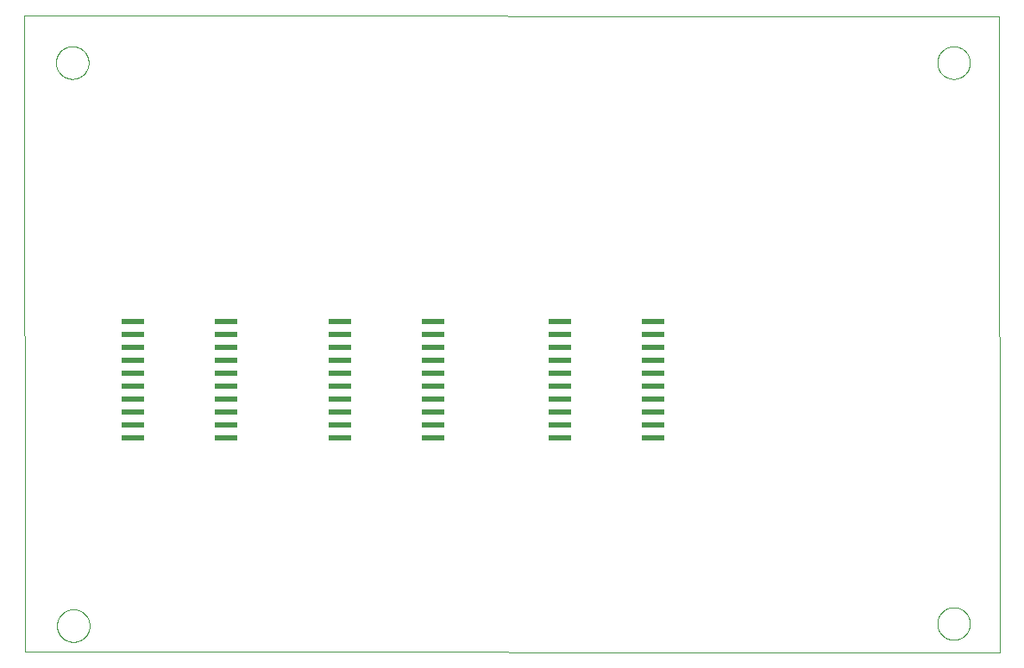
<source format=gtp>
G75*
%MOIN*%
%OFA0B0*%
%FSLAX25Y25*%
%IPPOS*%
%LPD*%
%AMOC8*
5,1,8,0,0,1.08239X$1,22.5*
%
%ADD10C,0.00000*%
%ADD11R,0.08661X0.02362*%
D10*
X0002233Y0002391D02*
X0002076Y0248335D01*
X0378808Y0248257D01*
X0379083Y0002272D01*
X0002233Y0002391D01*
X0014674Y0012509D02*
X0014676Y0012667D01*
X0014682Y0012825D01*
X0014692Y0012983D01*
X0014706Y0013141D01*
X0014724Y0013298D01*
X0014745Y0013455D01*
X0014771Y0013611D01*
X0014801Y0013767D01*
X0014834Y0013922D01*
X0014872Y0014075D01*
X0014913Y0014228D01*
X0014958Y0014380D01*
X0015007Y0014531D01*
X0015060Y0014680D01*
X0015116Y0014828D01*
X0015176Y0014974D01*
X0015240Y0015119D01*
X0015308Y0015262D01*
X0015379Y0015404D01*
X0015453Y0015544D01*
X0015531Y0015681D01*
X0015613Y0015817D01*
X0015697Y0015951D01*
X0015786Y0016082D01*
X0015877Y0016211D01*
X0015972Y0016338D01*
X0016069Y0016463D01*
X0016170Y0016585D01*
X0016274Y0016704D01*
X0016381Y0016821D01*
X0016491Y0016935D01*
X0016604Y0017046D01*
X0016719Y0017155D01*
X0016837Y0017260D01*
X0016958Y0017362D01*
X0017081Y0017462D01*
X0017207Y0017558D01*
X0017335Y0017651D01*
X0017465Y0017741D01*
X0017598Y0017827D01*
X0017733Y0017911D01*
X0017869Y0017990D01*
X0018008Y0018067D01*
X0018149Y0018139D01*
X0018291Y0018209D01*
X0018435Y0018274D01*
X0018581Y0018336D01*
X0018728Y0018394D01*
X0018877Y0018449D01*
X0019027Y0018500D01*
X0019178Y0018547D01*
X0019330Y0018590D01*
X0019483Y0018629D01*
X0019638Y0018665D01*
X0019793Y0018696D01*
X0019949Y0018724D01*
X0020105Y0018748D01*
X0020262Y0018768D01*
X0020420Y0018784D01*
X0020577Y0018796D01*
X0020736Y0018804D01*
X0020894Y0018808D01*
X0021052Y0018808D01*
X0021210Y0018804D01*
X0021369Y0018796D01*
X0021526Y0018784D01*
X0021684Y0018768D01*
X0021841Y0018748D01*
X0021997Y0018724D01*
X0022153Y0018696D01*
X0022308Y0018665D01*
X0022463Y0018629D01*
X0022616Y0018590D01*
X0022768Y0018547D01*
X0022919Y0018500D01*
X0023069Y0018449D01*
X0023218Y0018394D01*
X0023365Y0018336D01*
X0023511Y0018274D01*
X0023655Y0018209D01*
X0023797Y0018139D01*
X0023938Y0018067D01*
X0024077Y0017990D01*
X0024213Y0017911D01*
X0024348Y0017827D01*
X0024481Y0017741D01*
X0024611Y0017651D01*
X0024739Y0017558D01*
X0024865Y0017462D01*
X0024988Y0017362D01*
X0025109Y0017260D01*
X0025227Y0017155D01*
X0025342Y0017046D01*
X0025455Y0016935D01*
X0025565Y0016821D01*
X0025672Y0016704D01*
X0025776Y0016585D01*
X0025877Y0016463D01*
X0025974Y0016338D01*
X0026069Y0016211D01*
X0026160Y0016082D01*
X0026249Y0015951D01*
X0026333Y0015817D01*
X0026415Y0015681D01*
X0026493Y0015544D01*
X0026567Y0015404D01*
X0026638Y0015262D01*
X0026706Y0015119D01*
X0026770Y0014974D01*
X0026830Y0014828D01*
X0026886Y0014680D01*
X0026939Y0014531D01*
X0026988Y0014380D01*
X0027033Y0014228D01*
X0027074Y0014075D01*
X0027112Y0013922D01*
X0027145Y0013767D01*
X0027175Y0013611D01*
X0027201Y0013455D01*
X0027222Y0013298D01*
X0027240Y0013141D01*
X0027254Y0012983D01*
X0027264Y0012825D01*
X0027270Y0012667D01*
X0027272Y0012509D01*
X0027270Y0012351D01*
X0027264Y0012193D01*
X0027254Y0012035D01*
X0027240Y0011877D01*
X0027222Y0011720D01*
X0027201Y0011563D01*
X0027175Y0011407D01*
X0027145Y0011251D01*
X0027112Y0011096D01*
X0027074Y0010943D01*
X0027033Y0010790D01*
X0026988Y0010638D01*
X0026939Y0010487D01*
X0026886Y0010338D01*
X0026830Y0010190D01*
X0026770Y0010044D01*
X0026706Y0009899D01*
X0026638Y0009756D01*
X0026567Y0009614D01*
X0026493Y0009474D01*
X0026415Y0009337D01*
X0026333Y0009201D01*
X0026249Y0009067D01*
X0026160Y0008936D01*
X0026069Y0008807D01*
X0025974Y0008680D01*
X0025877Y0008555D01*
X0025776Y0008433D01*
X0025672Y0008314D01*
X0025565Y0008197D01*
X0025455Y0008083D01*
X0025342Y0007972D01*
X0025227Y0007863D01*
X0025109Y0007758D01*
X0024988Y0007656D01*
X0024865Y0007556D01*
X0024739Y0007460D01*
X0024611Y0007367D01*
X0024481Y0007277D01*
X0024348Y0007191D01*
X0024213Y0007107D01*
X0024077Y0007028D01*
X0023938Y0006951D01*
X0023797Y0006879D01*
X0023655Y0006809D01*
X0023511Y0006744D01*
X0023365Y0006682D01*
X0023218Y0006624D01*
X0023069Y0006569D01*
X0022919Y0006518D01*
X0022768Y0006471D01*
X0022616Y0006428D01*
X0022463Y0006389D01*
X0022308Y0006353D01*
X0022153Y0006322D01*
X0021997Y0006294D01*
X0021841Y0006270D01*
X0021684Y0006250D01*
X0021526Y0006234D01*
X0021369Y0006222D01*
X0021210Y0006214D01*
X0021052Y0006210D01*
X0020894Y0006210D01*
X0020736Y0006214D01*
X0020577Y0006222D01*
X0020420Y0006234D01*
X0020262Y0006250D01*
X0020105Y0006270D01*
X0019949Y0006294D01*
X0019793Y0006322D01*
X0019638Y0006353D01*
X0019483Y0006389D01*
X0019330Y0006428D01*
X0019178Y0006471D01*
X0019027Y0006518D01*
X0018877Y0006569D01*
X0018728Y0006624D01*
X0018581Y0006682D01*
X0018435Y0006744D01*
X0018291Y0006809D01*
X0018149Y0006879D01*
X0018008Y0006951D01*
X0017869Y0007028D01*
X0017733Y0007107D01*
X0017598Y0007191D01*
X0017465Y0007277D01*
X0017335Y0007367D01*
X0017207Y0007460D01*
X0017081Y0007556D01*
X0016958Y0007656D01*
X0016837Y0007758D01*
X0016719Y0007863D01*
X0016604Y0007972D01*
X0016491Y0008083D01*
X0016381Y0008197D01*
X0016274Y0008314D01*
X0016170Y0008433D01*
X0016069Y0008555D01*
X0015972Y0008680D01*
X0015877Y0008807D01*
X0015786Y0008936D01*
X0015697Y0009067D01*
X0015613Y0009201D01*
X0015531Y0009337D01*
X0015453Y0009474D01*
X0015379Y0009614D01*
X0015308Y0009756D01*
X0015240Y0009899D01*
X0015176Y0010044D01*
X0015116Y0010190D01*
X0015060Y0010338D01*
X0015007Y0010487D01*
X0014958Y0010638D01*
X0014913Y0010790D01*
X0014872Y0010943D01*
X0014834Y0011096D01*
X0014801Y0011251D01*
X0014771Y0011407D01*
X0014745Y0011563D01*
X0014724Y0011720D01*
X0014706Y0011877D01*
X0014692Y0012035D01*
X0014682Y0012193D01*
X0014676Y0012351D01*
X0014674Y0012509D01*
X0014281Y0230225D02*
X0014283Y0230383D01*
X0014289Y0230541D01*
X0014299Y0230699D01*
X0014313Y0230857D01*
X0014331Y0231014D01*
X0014352Y0231171D01*
X0014378Y0231327D01*
X0014408Y0231483D01*
X0014441Y0231638D01*
X0014479Y0231791D01*
X0014520Y0231944D01*
X0014565Y0232096D01*
X0014614Y0232247D01*
X0014667Y0232396D01*
X0014723Y0232544D01*
X0014783Y0232690D01*
X0014847Y0232835D01*
X0014915Y0232978D01*
X0014986Y0233120D01*
X0015060Y0233260D01*
X0015138Y0233397D01*
X0015220Y0233533D01*
X0015304Y0233667D01*
X0015393Y0233798D01*
X0015484Y0233927D01*
X0015579Y0234054D01*
X0015676Y0234179D01*
X0015777Y0234301D01*
X0015881Y0234420D01*
X0015988Y0234537D01*
X0016098Y0234651D01*
X0016211Y0234762D01*
X0016326Y0234871D01*
X0016444Y0234976D01*
X0016565Y0235078D01*
X0016688Y0235178D01*
X0016814Y0235274D01*
X0016942Y0235367D01*
X0017072Y0235457D01*
X0017205Y0235543D01*
X0017340Y0235627D01*
X0017476Y0235706D01*
X0017615Y0235783D01*
X0017756Y0235855D01*
X0017898Y0235925D01*
X0018042Y0235990D01*
X0018188Y0236052D01*
X0018335Y0236110D01*
X0018484Y0236165D01*
X0018634Y0236216D01*
X0018785Y0236263D01*
X0018937Y0236306D01*
X0019090Y0236345D01*
X0019245Y0236381D01*
X0019400Y0236412D01*
X0019556Y0236440D01*
X0019712Y0236464D01*
X0019869Y0236484D01*
X0020027Y0236500D01*
X0020184Y0236512D01*
X0020343Y0236520D01*
X0020501Y0236524D01*
X0020659Y0236524D01*
X0020817Y0236520D01*
X0020976Y0236512D01*
X0021133Y0236500D01*
X0021291Y0236484D01*
X0021448Y0236464D01*
X0021604Y0236440D01*
X0021760Y0236412D01*
X0021915Y0236381D01*
X0022070Y0236345D01*
X0022223Y0236306D01*
X0022375Y0236263D01*
X0022526Y0236216D01*
X0022676Y0236165D01*
X0022825Y0236110D01*
X0022972Y0236052D01*
X0023118Y0235990D01*
X0023262Y0235925D01*
X0023404Y0235855D01*
X0023545Y0235783D01*
X0023684Y0235706D01*
X0023820Y0235627D01*
X0023955Y0235543D01*
X0024088Y0235457D01*
X0024218Y0235367D01*
X0024346Y0235274D01*
X0024472Y0235178D01*
X0024595Y0235078D01*
X0024716Y0234976D01*
X0024834Y0234871D01*
X0024949Y0234762D01*
X0025062Y0234651D01*
X0025172Y0234537D01*
X0025279Y0234420D01*
X0025383Y0234301D01*
X0025484Y0234179D01*
X0025581Y0234054D01*
X0025676Y0233927D01*
X0025767Y0233798D01*
X0025856Y0233667D01*
X0025940Y0233533D01*
X0026022Y0233397D01*
X0026100Y0233260D01*
X0026174Y0233120D01*
X0026245Y0232978D01*
X0026313Y0232835D01*
X0026377Y0232690D01*
X0026437Y0232544D01*
X0026493Y0232396D01*
X0026546Y0232247D01*
X0026595Y0232096D01*
X0026640Y0231944D01*
X0026681Y0231791D01*
X0026719Y0231638D01*
X0026752Y0231483D01*
X0026782Y0231327D01*
X0026808Y0231171D01*
X0026829Y0231014D01*
X0026847Y0230857D01*
X0026861Y0230699D01*
X0026871Y0230541D01*
X0026877Y0230383D01*
X0026879Y0230225D01*
X0026877Y0230067D01*
X0026871Y0229909D01*
X0026861Y0229751D01*
X0026847Y0229593D01*
X0026829Y0229436D01*
X0026808Y0229279D01*
X0026782Y0229123D01*
X0026752Y0228967D01*
X0026719Y0228812D01*
X0026681Y0228659D01*
X0026640Y0228506D01*
X0026595Y0228354D01*
X0026546Y0228203D01*
X0026493Y0228054D01*
X0026437Y0227906D01*
X0026377Y0227760D01*
X0026313Y0227615D01*
X0026245Y0227472D01*
X0026174Y0227330D01*
X0026100Y0227190D01*
X0026022Y0227053D01*
X0025940Y0226917D01*
X0025856Y0226783D01*
X0025767Y0226652D01*
X0025676Y0226523D01*
X0025581Y0226396D01*
X0025484Y0226271D01*
X0025383Y0226149D01*
X0025279Y0226030D01*
X0025172Y0225913D01*
X0025062Y0225799D01*
X0024949Y0225688D01*
X0024834Y0225579D01*
X0024716Y0225474D01*
X0024595Y0225372D01*
X0024472Y0225272D01*
X0024346Y0225176D01*
X0024218Y0225083D01*
X0024088Y0224993D01*
X0023955Y0224907D01*
X0023820Y0224823D01*
X0023684Y0224744D01*
X0023545Y0224667D01*
X0023404Y0224595D01*
X0023262Y0224525D01*
X0023118Y0224460D01*
X0022972Y0224398D01*
X0022825Y0224340D01*
X0022676Y0224285D01*
X0022526Y0224234D01*
X0022375Y0224187D01*
X0022223Y0224144D01*
X0022070Y0224105D01*
X0021915Y0224069D01*
X0021760Y0224038D01*
X0021604Y0224010D01*
X0021448Y0223986D01*
X0021291Y0223966D01*
X0021133Y0223950D01*
X0020976Y0223938D01*
X0020817Y0223930D01*
X0020659Y0223926D01*
X0020501Y0223926D01*
X0020343Y0223930D01*
X0020184Y0223938D01*
X0020027Y0223950D01*
X0019869Y0223966D01*
X0019712Y0223986D01*
X0019556Y0224010D01*
X0019400Y0224038D01*
X0019245Y0224069D01*
X0019090Y0224105D01*
X0018937Y0224144D01*
X0018785Y0224187D01*
X0018634Y0224234D01*
X0018484Y0224285D01*
X0018335Y0224340D01*
X0018188Y0224398D01*
X0018042Y0224460D01*
X0017898Y0224525D01*
X0017756Y0224595D01*
X0017615Y0224667D01*
X0017476Y0224744D01*
X0017340Y0224823D01*
X0017205Y0224907D01*
X0017072Y0224993D01*
X0016942Y0225083D01*
X0016814Y0225176D01*
X0016688Y0225272D01*
X0016565Y0225372D01*
X0016444Y0225474D01*
X0016326Y0225579D01*
X0016211Y0225688D01*
X0016098Y0225799D01*
X0015988Y0225913D01*
X0015881Y0226030D01*
X0015777Y0226149D01*
X0015676Y0226271D01*
X0015579Y0226396D01*
X0015484Y0226523D01*
X0015393Y0226652D01*
X0015304Y0226783D01*
X0015220Y0226917D01*
X0015138Y0227053D01*
X0015060Y0227190D01*
X0014986Y0227330D01*
X0014915Y0227472D01*
X0014847Y0227615D01*
X0014783Y0227760D01*
X0014723Y0227906D01*
X0014667Y0228054D01*
X0014614Y0228203D01*
X0014565Y0228354D01*
X0014520Y0228506D01*
X0014479Y0228659D01*
X0014441Y0228812D01*
X0014408Y0228967D01*
X0014378Y0229123D01*
X0014352Y0229279D01*
X0014331Y0229436D01*
X0014313Y0229593D01*
X0014299Y0229751D01*
X0014289Y0229909D01*
X0014283Y0230067D01*
X0014281Y0230225D01*
X0354832Y0230225D02*
X0354834Y0230383D01*
X0354840Y0230541D01*
X0354850Y0230699D01*
X0354864Y0230857D01*
X0354882Y0231014D01*
X0354903Y0231171D01*
X0354929Y0231327D01*
X0354959Y0231483D01*
X0354992Y0231638D01*
X0355030Y0231791D01*
X0355071Y0231944D01*
X0355116Y0232096D01*
X0355165Y0232247D01*
X0355218Y0232396D01*
X0355274Y0232544D01*
X0355334Y0232690D01*
X0355398Y0232835D01*
X0355466Y0232978D01*
X0355537Y0233120D01*
X0355611Y0233260D01*
X0355689Y0233397D01*
X0355771Y0233533D01*
X0355855Y0233667D01*
X0355944Y0233798D01*
X0356035Y0233927D01*
X0356130Y0234054D01*
X0356227Y0234179D01*
X0356328Y0234301D01*
X0356432Y0234420D01*
X0356539Y0234537D01*
X0356649Y0234651D01*
X0356762Y0234762D01*
X0356877Y0234871D01*
X0356995Y0234976D01*
X0357116Y0235078D01*
X0357239Y0235178D01*
X0357365Y0235274D01*
X0357493Y0235367D01*
X0357623Y0235457D01*
X0357756Y0235543D01*
X0357891Y0235627D01*
X0358027Y0235706D01*
X0358166Y0235783D01*
X0358307Y0235855D01*
X0358449Y0235925D01*
X0358593Y0235990D01*
X0358739Y0236052D01*
X0358886Y0236110D01*
X0359035Y0236165D01*
X0359185Y0236216D01*
X0359336Y0236263D01*
X0359488Y0236306D01*
X0359641Y0236345D01*
X0359796Y0236381D01*
X0359951Y0236412D01*
X0360107Y0236440D01*
X0360263Y0236464D01*
X0360420Y0236484D01*
X0360578Y0236500D01*
X0360735Y0236512D01*
X0360894Y0236520D01*
X0361052Y0236524D01*
X0361210Y0236524D01*
X0361368Y0236520D01*
X0361527Y0236512D01*
X0361684Y0236500D01*
X0361842Y0236484D01*
X0361999Y0236464D01*
X0362155Y0236440D01*
X0362311Y0236412D01*
X0362466Y0236381D01*
X0362621Y0236345D01*
X0362774Y0236306D01*
X0362926Y0236263D01*
X0363077Y0236216D01*
X0363227Y0236165D01*
X0363376Y0236110D01*
X0363523Y0236052D01*
X0363669Y0235990D01*
X0363813Y0235925D01*
X0363955Y0235855D01*
X0364096Y0235783D01*
X0364235Y0235706D01*
X0364371Y0235627D01*
X0364506Y0235543D01*
X0364639Y0235457D01*
X0364769Y0235367D01*
X0364897Y0235274D01*
X0365023Y0235178D01*
X0365146Y0235078D01*
X0365267Y0234976D01*
X0365385Y0234871D01*
X0365500Y0234762D01*
X0365613Y0234651D01*
X0365723Y0234537D01*
X0365830Y0234420D01*
X0365934Y0234301D01*
X0366035Y0234179D01*
X0366132Y0234054D01*
X0366227Y0233927D01*
X0366318Y0233798D01*
X0366407Y0233667D01*
X0366491Y0233533D01*
X0366573Y0233397D01*
X0366651Y0233260D01*
X0366725Y0233120D01*
X0366796Y0232978D01*
X0366864Y0232835D01*
X0366928Y0232690D01*
X0366988Y0232544D01*
X0367044Y0232396D01*
X0367097Y0232247D01*
X0367146Y0232096D01*
X0367191Y0231944D01*
X0367232Y0231791D01*
X0367270Y0231638D01*
X0367303Y0231483D01*
X0367333Y0231327D01*
X0367359Y0231171D01*
X0367380Y0231014D01*
X0367398Y0230857D01*
X0367412Y0230699D01*
X0367422Y0230541D01*
X0367428Y0230383D01*
X0367430Y0230225D01*
X0367428Y0230067D01*
X0367422Y0229909D01*
X0367412Y0229751D01*
X0367398Y0229593D01*
X0367380Y0229436D01*
X0367359Y0229279D01*
X0367333Y0229123D01*
X0367303Y0228967D01*
X0367270Y0228812D01*
X0367232Y0228659D01*
X0367191Y0228506D01*
X0367146Y0228354D01*
X0367097Y0228203D01*
X0367044Y0228054D01*
X0366988Y0227906D01*
X0366928Y0227760D01*
X0366864Y0227615D01*
X0366796Y0227472D01*
X0366725Y0227330D01*
X0366651Y0227190D01*
X0366573Y0227053D01*
X0366491Y0226917D01*
X0366407Y0226783D01*
X0366318Y0226652D01*
X0366227Y0226523D01*
X0366132Y0226396D01*
X0366035Y0226271D01*
X0365934Y0226149D01*
X0365830Y0226030D01*
X0365723Y0225913D01*
X0365613Y0225799D01*
X0365500Y0225688D01*
X0365385Y0225579D01*
X0365267Y0225474D01*
X0365146Y0225372D01*
X0365023Y0225272D01*
X0364897Y0225176D01*
X0364769Y0225083D01*
X0364639Y0224993D01*
X0364506Y0224907D01*
X0364371Y0224823D01*
X0364235Y0224744D01*
X0364096Y0224667D01*
X0363955Y0224595D01*
X0363813Y0224525D01*
X0363669Y0224460D01*
X0363523Y0224398D01*
X0363376Y0224340D01*
X0363227Y0224285D01*
X0363077Y0224234D01*
X0362926Y0224187D01*
X0362774Y0224144D01*
X0362621Y0224105D01*
X0362466Y0224069D01*
X0362311Y0224038D01*
X0362155Y0224010D01*
X0361999Y0223986D01*
X0361842Y0223966D01*
X0361684Y0223950D01*
X0361527Y0223938D01*
X0361368Y0223930D01*
X0361210Y0223926D01*
X0361052Y0223926D01*
X0360894Y0223930D01*
X0360735Y0223938D01*
X0360578Y0223950D01*
X0360420Y0223966D01*
X0360263Y0223986D01*
X0360107Y0224010D01*
X0359951Y0224038D01*
X0359796Y0224069D01*
X0359641Y0224105D01*
X0359488Y0224144D01*
X0359336Y0224187D01*
X0359185Y0224234D01*
X0359035Y0224285D01*
X0358886Y0224340D01*
X0358739Y0224398D01*
X0358593Y0224460D01*
X0358449Y0224525D01*
X0358307Y0224595D01*
X0358166Y0224667D01*
X0358027Y0224744D01*
X0357891Y0224823D01*
X0357756Y0224907D01*
X0357623Y0224993D01*
X0357493Y0225083D01*
X0357365Y0225176D01*
X0357239Y0225272D01*
X0357116Y0225372D01*
X0356995Y0225474D01*
X0356877Y0225579D01*
X0356762Y0225688D01*
X0356649Y0225799D01*
X0356539Y0225913D01*
X0356432Y0226030D01*
X0356328Y0226149D01*
X0356227Y0226271D01*
X0356130Y0226396D01*
X0356035Y0226523D01*
X0355944Y0226652D01*
X0355855Y0226783D01*
X0355771Y0226917D01*
X0355689Y0227053D01*
X0355611Y0227190D01*
X0355537Y0227330D01*
X0355466Y0227472D01*
X0355398Y0227615D01*
X0355334Y0227760D01*
X0355274Y0227906D01*
X0355218Y0228054D01*
X0355165Y0228203D01*
X0355116Y0228354D01*
X0355071Y0228506D01*
X0355030Y0228659D01*
X0354992Y0228812D01*
X0354959Y0228967D01*
X0354929Y0229123D01*
X0354903Y0229279D01*
X0354882Y0229436D01*
X0354864Y0229593D01*
X0354850Y0229751D01*
X0354840Y0229909D01*
X0354834Y0230067D01*
X0354832Y0230225D01*
X0354832Y0013296D02*
X0354834Y0013454D01*
X0354840Y0013612D01*
X0354850Y0013770D01*
X0354864Y0013928D01*
X0354882Y0014085D01*
X0354903Y0014242D01*
X0354929Y0014398D01*
X0354959Y0014554D01*
X0354992Y0014709D01*
X0355030Y0014862D01*
X0355071Y0015015D01*
X0355116Y0015167D01*
X0355165Y0015318D01*
X0355218Y0015467D01*
X0355274Y0015615D01*
X0355334Y0015761D01*
X0355398Y0015906D01*
X0355466Y0016049D01*
X0355537Y0016191D01*
X0355611Y0016331D01*
X0355689Y0016468D01*
X0355771Y0016604D01*
X0355855Y0016738D01*
X0355944Y0016869D01*
X0356035Y0016998D01*
X0356130Y0017125D01*
X0356227Y0017250D01*
X0356328Y0017372D01*
X0356432Y0017491D01*
X0356539Y0017608D01*
X0356649Y0017722D01*
X0356762Y0017833D01*
X0356877Y0017942D01*
X0356995Y0018047D01*
X0357116Y0018149D01*
X0357239Y0018249D01*
X0357365Y0018345D01*
X0357493Y0018438D01*
X0357623Y0018528D01*
X0357756Y0018614D01*
X0357891Y0018698D01*
X0358027Y0018777D01*
X0358166Y0018854D01*
X0358307Y0018926D01*
X0358449Y0018996D01*
X0358593Y0019061D01*
X0358739Y0019123D01*
X0358886Y0019181D01*
X0359035Y0019236D01*
X0359185Y0019287D01*
X0359336Y0019334D01*
X0359488Y0019377D01*
X0359641Y0019416D01*
X0359796Y0019452D01*
X0359951Y0019483D01*
X0360107Y0019511D01*
X0360263Y0019535D01*
X0360420Y0019555D01*
X0360578Y0019571D01*
X0360735Y0019583D01*
X0360894Y0019591D01*
X0361052Y0019595D01*
X0361210Y0019595D01*
X0361368Y0019591D01*
X0361527Y0019583D01*
X0361684Y0019571D01*
X0361842Y0019555D01*
X0361999Y0019535D01*
X0362155Y0019511D01*
X0362311Y0019483D01*
X0362466Y0019452D01*
X0362621Y0019416D01*
X0362774Y0019377D01*
X0362926Y0019334D01*
X0363077Y0019287D01*
X0363227Y0019236D01*
X0363376Y0019181D01*
X0363523Y0019123D01*
X0363669Y0019061D01*
X0363813Y0018996D01*
X0363955Y0018926D01*
X0364096Y0018854D01*
X0364235Y0018777D01*
X0364371Y0018698D01*
X0364506Y0018614D01*
X0364639Y0018528D01*
X0364769Y0018438D01*
X0364897Y0018345D01*
X0365023Y0018249D01*
X0365146Y0018149D01*
X0365267Y0018047D01*
X0365385Y0017942D01*
X0365500Y0017833D01*
X0365613Y0017722D01*
X0365723Y0017608D01*
X0365830Y0017491D01*
X0365934Y0017372D01*
X0366035Y0017250D01*
X0366132Y0017125D01*
X0366227Y0016998D01*
X0366318Y0016869D01*
X0366407Y0016738D01*
X0366491Y0016604D01*
X0366573Y0016468D01*
X0366651Y0016331D01*
X0366725Y0016191D01*
X0366796Y0016049D01*
X0366864Y0015906D01*
X0366928Y0015761D01*
X0366988Y0015615D01*
X0367044Y0015467D01*
X0367097Y0015318D01*
X0367146Y0015167D01*
X0367191Y0015015D01*
X0367232Y0014862D01*
X0367270Y0014709D01*
X0367303Y0014554D01*
X0367333Y0014398D01*
X0367359Y0014242D01*
X0367380Y0014085D01*
X0367398Y0013928D01*
X0367412Y0013770D01*
X0367422Y0013612D01*
X0367428Y0013454D01*
X0367430Y0013296D01*
X0367428Y0013138D01*
X0367422Y0012980D01*
X0367412Y0012822D01*
X0367398Y0012664D01*
X0367380Y0012507D01*
X0367359Y0012350D01*
X0367333Y0012194D01*
X0367303Y0012038D01*
X0367270Y0011883D01*
X0367232Y0011730D01*
X0367191Y0011577D01*
X0367146Y0011425D01*
X0367097Y0011274D01*
X0367044Y0011125D01*
X0366988Y0010977D01*
X0366928Y0010831D01*
X0366864Y0010686D01*
X0366796Y0010543D01*
X0366725Y0010401D01*
X0366651Y0010261D01*
X0366573Y0010124D01*
X0366491Y0009988D01*
X0366407Y0009854D01*
X0366318Y0009723D01*
X0366227Y0009594D01*
X0366132Y0009467D01*
X0366035Y0009342D01*
X0365934Y0009220D01*
X0365830Y0009101D01*
X0365723Y0008984D01*
X0365613Y0008870D01*
X0365500Y0008759D01*
X0365385Y0008650D01*
X0365267Y0008545D01*
X0365146Y0008443D01*
X0365023Y0008343D01*
X0364897Y0008247D01*
X0364769Y0008154D01*
X0364639Y0008064D01*
X0364506Y0007978D01*
X0364371Y0007894D01*
X0364235Y0007815D01*
X0364096Y0007738D01*
X0363955Y0007666D01*
X0363813Y0007596D01*
X0363669Y0007531D01*
X0363523Y0007469D01*
X0363376Y0007411D01*
X0363227Y0007356D01*
X0363077Y0007305D01*
X0362926Y0007258D01*
X0362774Y0007215D01*
X0362621Y0007176D01*
X0362466Y0007140D01*
X0362311Y0007109D01*
X0362155Y0007081D01*
X0361999Y0007057D01*
X0361842Y0007037D01*
X0361684Y0007021D01*
X0361527Y0007009D01*
X0361368Y0007001D01*
X0361210Y0006997D01*
X0361052Y0006997D01*
X0360894Y0007001D01*
X0360735Y0007009D01*
X0360578Y0007021D01*
X0360420Y0007037D01*
X0360263Y0007057D01*
X0360107Y0007081D01*
X0359951Y0007109D01*
X0359796Y0007140D01*
X0359641Y0007176D01*
X0359488Y0007215D01*
X0359336Y0007258D01*
X0359185Y0007305D01*
X0359035Y0007356D01*
X0358886Y0007411D01*
X0358739Y0007469D01*
X0358593Y0007531D01*
X0358449Y0007596D01*
X0358307Y0007666D01*
X0358166Y0007738D01*
X0358027Y0007815D01*
X0357891Y0007894D01*
X0357756Y0007978D01*
X0357623Y0008064D01*
X0357493Y0008154D01*
X0357365Y0008247D01*
X0357239Y0008343D01*
X0357116Y0008443D01*
X0356995Y0008545D01*
X0356877Y0008650D01*
X0356762Y0008759D01*
X0356649Y0008870D01*
X0356539Y0008984D01*
X0356432Y0009101D01*
X0356328Y0009220D01*
X0356227Y0009342D01*
X0356130Y0009467D01*
X0356035Y0009594D01*
X0355944Y0009723D01*
X0355855Y0009854D01*
X0355771Y0009988D01*
X0355689Y0010124D01*
X0355611Y0010261D01*
X0355537Y0010401D01*
X0355466Y0010543D01*
X0355398Y0010686D01*
X0355334Y0010831D01*
X0355274Y0010977D01*
X0355218Y0011125D01*
X0355165Y0011274D01*
X0355116Y0011425D01*
X0355071Y0011577D01*
X0355030Y0011730D01*
X0354992Y0011883D01*
X0354959Y0012038D01*
X0354929Y0012194D01*
X0354903Y0012350D01*
X0354882Y0012507D01*
X0354864Y0012664D01*
X0354850Y0012822D01*
X0354840Y0012980D01*
X0354834Y0013138D01*
X0354832Y0013296D01*
D11*
X0245146Y0085048D03*
X0245146Y0090048D03*
X0245146Y0095048D03*
X0245146Y0100048D03*
X0245146Y0105048D03*
X0245146Y0110048D03*
X0245146Y0115048D03*
X0245146Y0120048D03*
X0245146Y0125048D03*
X0245146Y0130048D03*
X0208926Y0130048D03*
X0208926Y0125048D03*
X0208926Y0120048D03*
X0208926Y0115048D03*
X0208926Y0110048D03*
X0208926Y0105048D03*
X0208926Y0100048D03*
X0208926Y0095048D03*
X0208926Y0090048D03*
X0208926Y0085048D03*
X0160146Y0085048D03*
X0160146Y0090048D03*
X0160146Y0095048D03*
X0160146Y0100048D03*
X0160146Y0105048D03*
X0160146Y0110048D03*
X0160146Y0115048D03*
X0160146Y0120048D03*
X0160146Y0125048D03*
X0160146Y0130048D03*
X0123926Y0130048D03*
X0123926Y0125048D03*
X0123926Y0120048D03*
X0123926Y0115048D03*
X0123926Y0110048D03*
X0123926Y0105048D03*
X0123926Y0100048D03*
X0123926Y0095048D03*
X0123926Y0090048D03*
X0123926Y0085048D03*
X0080146Y0085048D03*
X0080146Y0090048D03*
X0080146Y0095048D03*
X0080146Y0100048D03*
X0080146Y0105048D03*
X0080146Y0110048D03*
X0080146Y0115048D03*
X0080146Y0120048D03*
X0080146Y0125048D03*
X0080146Y0130048D03*
X0043926Y0130048D03*
X0043926Y0125048D03*
X0043926Y0120048D03*
X0043926Y0115048D03*
X0043926Y0110048D03*
X0043926Y0105048D03*
X0043926Y0100048D03*
X0043926Y0095048D03*
X0043926Y0090048D03*
X0043926Y0085048D03*
M02*

</source>
